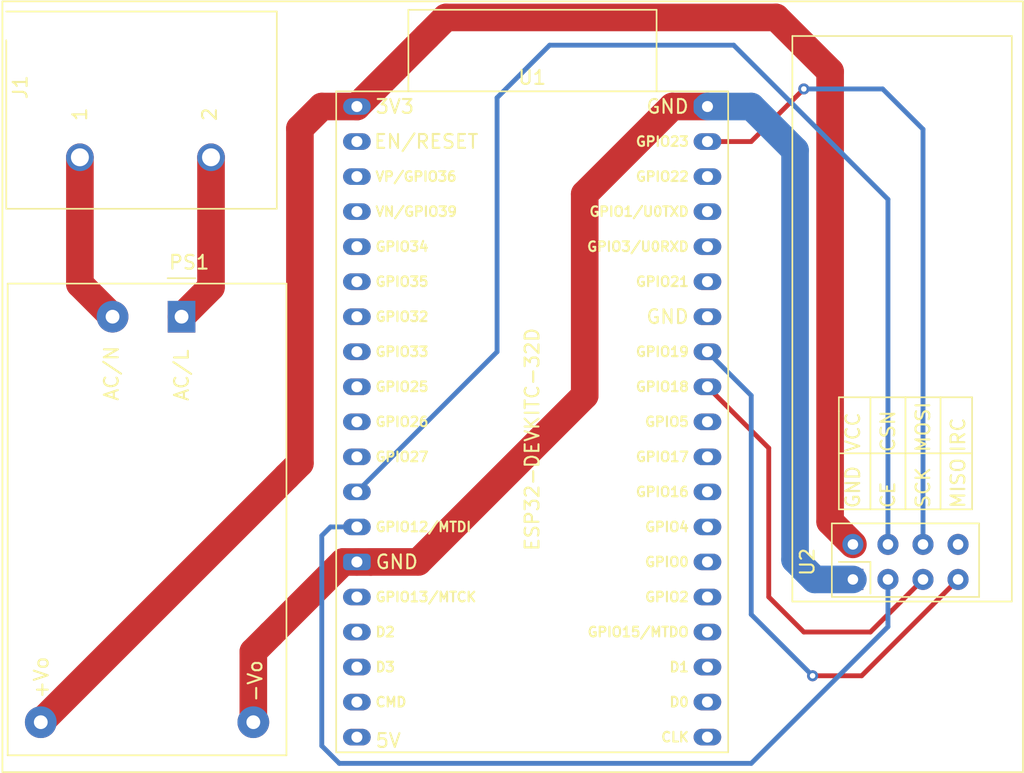
<source format=kicad_pcb>
(kicad_pcb (version 20171130) (host pcbnew "(5.1.10)-1")

  (general
    (thickness 1.6)
    (drawings 8)
    (tracks 64)
    (zones 0)
    (modules 4)
    (nets 41)
  )

  (page A4)
  (title_block
    (title "Lights Commander")
    (date 2021-09-19)
    (rev v1.0)
    (comment 1 "Repository: https://github.com/guttih/watermixer")
    (comment 2 https://creativecommons.org/licenses/by/4.0/)
    (comment 3 "Licence: CC BY 4.0")
    (comment 4 "Author:Guðjón Hólm Sigurðsson")
  )

  (layers
    (0 F.Cu signal)
    (31 B.Cu signal)
    (32 B.Adhes user)
    (33 F.Adhes user)
    (34 B.Paste user)
    (35 F.Paste user)
    (36 B.SilkS user)
    (37 F.SilkS user)
    (38 B.Mask user)
    (39 F.Mask user)
    (40 Dwgs.User user)
    (41 Cmts.User user)
    (42 Eco1.User user)
    (43 Eco2.User user)
    (44 Edge.Cuts user)
    (45 Margin user)
    (46 B.CrtYd user hide)
    (47 F.CrtYd user)
    (48 B.Fab user)
    (49 F.Fab user hide)
  )

  (setup
    (last_trace_width 2)
    (user_trace_width 0.2)
    (user_trace_width 0.25)
    (user_trace_width 0.35)
    (user_trace_width 0.4)
    (user_trace_width 0.5)
    (user_trace_width 0.6)
    (user_trace_width 1)
    (user_trace_width 1.5)
    (user_trace_width 2)
    (user_trace_width 2.5)
    (user_trace_width 3)
    (user_trace_width 3)
    (user_trace_width 4)
    (user_trace_width 5)
    (trace_clearance 0.2)
    (zone_clearance 0.508)
    (zone_45_only no)
    (trace_min 0.2)
    (via_size 0.8)
    (via_drill 0.4)
    (via_min_size 0.4)
    (via_min_drill 0.3)
    (uvia_size 0.3)
    (uvia_drill 0.1)
    (uvias_allowed no)
    (uvia_min_size 0.2)
    (uvia_min_drill 0.1)
    (edge_width 0.05)
    (segment_width 0.2)
    (pcb_text_width 0.3)
    (pcb_text_size 1.5 1.5)
    (mod_edge_width 0.12)
    (mod_text_size 1 1)
    (mod_text_width 0.15)
    (pad_size 1.524 1.524)
    (pad_drill 0.762)
    (pad_to_mask_clearance 0)
    (aux_axis_origin 0 0)
    (visible_elements 7FFFFFFF)
    (pcbplotparams
      (layerselection 0x010fc_ffffffff)
      (usegerberextensions false)
      (usegerberattributes true)
      (usegerberadvancedattributes true)
      (creategerberjobfile true)
      (excludeedgelayer true)
      (linewidth 0.100000)
      (plotframeref false)
      (viasonmask false)
      (mode 1)
      (useauxorigin false)
      (hpglpennumber 1)
      (hpglpenspeed 20)
      (hpglpendiameter 15.000000)
      (psnegative false)
      (psa4output false)
      (plotreference true)
      (plotvalue true)
      (plotinvisibletext false)
      (padsonsilk false)
      (subtractmaskfromsilk false)
      (outputformat 1)
      (mirror false)
      (drillshape 1)
      (scaleselection 1)
      (outputdirectory ""))
  )

  (net 0 "")
  (net 1 "Net-(J1-Pad1)")
  (net 2 "Net-(J1-Pad2)")
  (net 3 VCC)
  (net 4 GND)
  (net 5 "Net-(U1-Pad12)")
  (net 6 "Net-(U1-Pad13)")
  (net 7 "Net-(U1-Pad21)")
  (net 8 "Net-(U1-Pad27)")
  (net 9 "Net-(U1-Pad28)")
  (net 10 "Net-(U1-Pad22)")
  (net 11 "Net-(U1-Pad23)")
  (net 12 "Net-(U1-Pad24)")
  (net 13 "Net-(U1-Pad25)")
  (net 14 "Net-(U1-Pad26)")
  (net 15 "Net-(U1-Pad29)")
  (net 16 "Net-(U1-Pad30)")
  (net 17 "Net-(U1-Pad31)")
  (net 18 "Net-(U1-Pad32)")
  (net 19 "Net-(U1-Pad33)")
  (net 20 "Net-(U1-Pad34)")
  (net 21 "Net-(U1-Pad35)")
  (net 22 "Net-(U1-Pad36)")
  (net 23 "Net-(U1-Pad37)")
  (net 24 "Net-(U1-Pad38)")
  (net 25 "Net-(U1-Pad19)")
  (net 26 "Net-(U1-Pad18)")
  (net 27 "Net-(U1-Pad17)")
  (net 28 "Net-(U1-Pad16)")
  (net 29 "Net-(U1-Pad15)")
  (net 30 "Net-(U1-Pad11)")
  (net 31 "Net-(U1-Pad10)")
  (net 32 "Net-(U1-Pad9)")
  (net 33 "Net-(U1-Pad8)")
  (net 34 "Net-(U1-Pad7)")
  (net 35 "Net-(U1-Pad6)")
  (net 36 "Net-(U1-Pad5)")
  (net 37 "Net-(U1-Pad4)")
  (net 38 "Net-(U1-Pad3)")
  (net 39 "Net-(U1-Pad2)")
  (net 40 "Net-(U2-Pad6)")

  (net_class Default "This is the default net class."
    (clearance 0.2)
    (trace_width 0.25)
    (via_dia 0.8)
    (via_drill 0.4)
    (uvia_dia 0.3)
    (uvia_drill 0.1)
    (add_net GND)
    (add_net "Net-(J1-Pad1)")
    (add_net "Net-(J1-Pad2)")
    (add_net "Net-(U1-Pad10)")
    (add_net "Net-(U1-Pad11)")
    (add_net "Net-(U1-Pad12)")
    (add_net "Net-(U1-Pad13)")
    (add_net "Net-(U1-Pad15)")
    (add_net "Net-(U1-Pad16)")
    (add_net "Net-(U1-Pad17)")
    (add_net "Net-(U1-Pad18)")
    (add_net "Net-(U1-Pad19)")
    (add_net "Net-(U1-Pad2)")
    (add_net "Net-(U1-Pad21)")
    (add_net "Net-(U1-Pad22)")
    (add_net "Net-(U1-Pad23)")
    (add_net "Net-(U1-Pad24)")
    (add_net "Net-(U1-Pad25)")
    (add_net "Net-(U1-Pad26)")
    (add_net "Net-(U1-Pad27)")
    (add_net "Net-(U1-Pad28)")
    (add_net "Net-(U1-Pad29)")
    (add_net "Net-(U1-Pad3)")
    (add_net "Net-(U1-Pad30)")
    (add_net "Net-(U1-Pad31)")
    (add_net "Net-(U1-Pad32)")
    (add_net "Net-(U1-Pad33)")
    (add_net "Net-(U1-Pad34)")
    (add_net "Net-(U1-Pad35)")
    (add_net "Net-(U1-Pad36)")
    (add_net "Net-(U1-Pad37)")
    (add_net "Net-(U1-Pad38)")
    (add_net "Net-(U1-Pad4)")
    (add_net "Net-(U1-Pad5)")
    (add_net "Net-(U1-Pad6)")
    (add_net "Net-(U1-Pad7)")
    (add_net "Net-(U1-Pad8)")
    (add_net "Net-(U1-Pad9)")
    (add_net "Net-(U2-Pad6)")
    (add_net VCC)
  )

  (module lightsCommander:Converter_ACDC_HiLink_HLK-PMxx (layer F.Cu) (tedit 6147B5F8) (tstamp 61485F8A)
    (at 88.9 147.32 270)
    (descr "ACDC-Converter, 3W, HiLink, HLK-PMxx, THT, http://www.hlktech.net/product_detail.php?ProId=54")
    (tags "ACDC-Converter 3W THT HiLink board mount module")
    (path /6149E179)
    (fp_text reference PS1 (at -3.94 -0.55) (layer F.SilkS)
      (effects (font (size 1 1) (thickness 0.15)))
    )
    (fp_text value HLK-PM03 (at 15.79 13.85 90) (layer F.Fab)
      (effects (font (size 1 1) (thickness 0.15)))
    )
    (fp_text user -Vo (at 26.416 -5.334 90) (layer F.SilkS)
      (effects (font (size 1 1) (thickness 0.15)))
    )
    (fp_text user +Vo (at 26.162 10.16 90) (layer F.SilkS)
      (effects (font (size 1 1) (thickness 0.15)))
    )
    (fp_text user AC/N (at 2.032 5.08 90) (layer F.SilkS)
      (effects (font (size 1 1) (thickness 0.15)) (justify right))
    )
    (fp_text user AC/L (at 2.286 0 90) (layer F.SilkS)
      (effects (font (size 1 1) (thickness 0.15)) (justify right))
    )
    (fp_text user %R (at 14.68 1.17 90) (layer F.Fab)
      (effects (font (size 1 1) (thickness 0.15)))
    )
    (fp_line (start -2.3 12.5) (end 31.7 12.5) (layer F.Fab) (width 0.1))
    (fp_line (start 31.7 12.5) (end 31.7 -7.5) (layer F.Fab) (width 0.1))
    (fp_line (start -2.3 12.5) (end -2.3 0.99) (layer F.Fab) (width 0.1))
    (fp_line (start -2.3 -7.5) (end 31.7 -7.5) (layer F.Fab) (width 0.1))
    (fp_line (start -1.29 0) (end -2.29 1) (layer F.Fab) (width 0.1))
    (fp_line (start -2.29 -1) (end -1.29 0) (layer F.Fab) (width 0.1))
    (fp_line (start -2.3 -1) (end -2.3 -7.5) (layer F.Fab) (width 0.1))
    (fp_line (start -2.55 12.75) (end 31.95 12.75) (layer F.CrtYd) (width 0.05))
    (fp_line (start 31.95 12.75) (end 31.95 -7.75) (layer F.CrtYd) (width 0.05))
    (fp_line (start 31.95 -7.75) (end -2.55 -7.75) (layer F.CrtYd) (width 0.05))
    (fp_line (start -2.55 -7.75) (end -2.55 12.75) (layer F.CrtYd) (width 0.05))
    (fp_line (start -2.4 -7.6) (end -2.4 12.6) (layer F.SilkS) (width 0.12))
    (fp_line (start -2.4 12.6) (end 31.8 12.6) (layer F.SilkS) (width 0.12))
    (fp_line (start 31.8 12.6) (end 31.8 -7.6) (layer F.SilkS) (width 0.12))
    (fp_line (start 31.8 -7.6) (end -2.4 -7.6) (layer F.SilkS) (width 0.12))
    (fp_line (start -2.79 -1) (end -2.79 1.01) (layer F.SilkS) (width 0.12))
    (pad 4 thru_hole circle (at 29.4 10.2 270) (size 2.3 2.3) (drill 1) (layers *.Cu *.Mask)
      (net 3 VCC))
    (pad 2 thru_hole circle (at 0 5 270) (size 2.3 2.3) (drill 1) (layers *.Cu *.Mask)
      (net 1 "Net-(J1-Pad1)"))
    (pad 1 thru_hole rect (at 0 0 270) (size 2.3 2) (drill 1) (layers *.Cu *.Mask)
      (net 2 "Net-(J1-Pad2)"))
    (pad 3 thru_hole circle (at 29.4 -5.2 270) (size 2.3 2.3) (drill 1) (layers *.Cu *.Mask)
      (net 4 GND))
    (model ${KISYS3DMOD}/Converter_ACDC.3dshapes/Converter_ACDC_HiLink_HLK-PMxx.wrl
      (at (xyz 0 0 0))
      (scale (xyz 1 1 1))
      (rotate (xyz 0 0 0))
    )
  )

  (module lightsCommander:ESP32-DevKitC (layer F.Cu) (tedit 61479EDE) (tstamp 61485DA9)
    (at 101.6 132.08)
    (descr "ESP32-DevKitC: https://docs.espressif.com/projects/esp-idf/en/latest/esp32/hw-reference/esp32/get-started-devkitc.html")
    (tags ESP32)
    (path /6148D9F1)
    (fp_text reference U1 (at 12.70368 -2.09728) (layer F.SilkS)
      (effects (font (size 1 1) (thickness 0.15)))
    )
    (fp_text value ESP32-DEVKITC-32D (at 12.70368 24.13272 90) (layer F.SilkS)
      (effects (font (size 1 1) (thickness 0.15)))
    )
    (fp_line (start 21.717 -7.0104) (end 21.717 -1.1176) (layer F.SilkS) (width 0.12))
    (fp_line (start 3.7338 -7.0104) (end 21.717 -7.0104) (layer F.SilkS) (width 0.12))
    (fp_line (start 3.7338 -1.1176) (end 3.7338 -7.0104) (layer F.SilkS) (width 0.12))
    (fp_line (start -1.24632 46.57272) (end -1.24632 -0.84728) (layer F.CrtYd) (width 0.05))
    (fp_line (start 26.65368 -0.84728) (end 26.65368 46.57272) (layer F.CrtYd) (width 0.05))
    (fp_line (start -1.24632 -0.84728) (end 26.65368 -0.84728) (layer F.CrtYd) (width 0.05))
    (fp_line (start 26.65368 46.57272) (end -1.24632 46.57272) (layer F.CrtYd) (width 0.05))
    (fp_line (start -1.496319 -1.09728) (end -1.49632 46.82272) (layer F.SilkS) (width 0.12))
    (fp_line (start 26.90368 -1.09728) (end -1.496319 -1.09728) (layer F.SilkS) (width 0.12))
    (fp_line (start 26.903679 46.82272) (end 26.90368 -1.09728) (layer F.SilkS) (width 0.12))
    (fp_line (start -1.49632 46.82272) (end 26.903679 46.82272) (layer F.SilkS) (width 0.12))
    (fp_text user GND (at 24.13368 0.00272 unlocked) (layer F.SilkS)
      (effects (font (size 1 1) (thickness 0.15)) (justify right))
    )
    (fp_text user GPIO23 (at 24.13368 2.54272 unlocked) (layer F.SilkS)
      (effects (font (size 0.7 0.7) (thickness 0.15)) (justify right))
    )
    (fp_text user GPIO5 (at 24.13368 22.86272 unlocked) (layer F.SilkS)
      (effects (font (size 0.7 0.7) (thickness 0.15)) (justify right))
    )
    (fp_text user D0 (at 24.13368 43.18272 unlocked) (layer F.SilkS)
      (effects (font (size 0.7 0.7) (thickness 0.15)) (justify right))
    )
    (fp_text user 5V (at 1.27 45.974 unlocked) (layer F.SilkS)
      (effects (font (size 1 1) (thickness 0.15)) (justify left))
    )
    (fp_text user GPIO21 (at 24.13368 12.70272 unlocked) (layer F.SilkS)
      (effects (font (size 0.7 0.7) (thickness 0.15)) (justify right))
    )
    (fp_text user D1 (at 24.13368 40.64272 unlocked) (layer F.SilkS)
      (effects (font (size 0.7 0.7) (thickness 0.15)) (justify right))
    )
    (fp_text user GPIO12/MTDI (at 1.27368 30.48272 unlocked) (layer F.SilkS)
      (effects (font (size 0.7 0.7) (thickness 0.15)) (justify left))
    )
    (fp_text user VP/GPIO36 (at 1.27368 5.08272 unlocked) (layer F.SilkS)
      (effects (font (size 0.7 0.7) (thickness 0.15)) (justify left))
    )
    (fp_text user D2 (at 1.27368 38.10272 unlocked) (layer F.SilkS)
      (effects (font (size 0.7 0.7) (thickness 0.15)) (justify left))
    )
    (fp_text user GPIO27 (at 1.27368 25.40272 unlocked) (layer F.SilkS)
      (effects (font (size 0.7 0.7) (thickness 0.15)) (justify left))
    )
    (fp_text user GPIO33 (at 1.27368 17.78272 unlocked) (layer F.SilkS)
      (effects (font (size 0.7 0.7) (thickness 0.15)) (justify left))
    )
    (fp_text user GPIO19 (at 24.13368 17.78272 unlocked) (layer F.SilkS)
      (effects (font (size 0.7 0.7) (thickness 0.15)) (justify right))
    )
    (fp_text user VN/GPIO39 (at 1.27368 7.62272 unlocked) (layer F.SilkS)
      (effects (font (size 0.7 0.7) (thickness 0.15)) (justify left))
    )
    (fp_text user GPIO13/MTCK (at 1.27368 35.56272 unlocked) (layer F.SilkS)
      (effects (font (size 0.7 0.7) (thickness 0.15)) (justify left))
    )
    (fp_text user GPIO2 (at 24.13368 35.56272 unlocked) (layer F.SilkS)
      (effects (font (size 0.7 0.7) (thickness 0.15)) (justify right))
    )
    (fp_text user GPIO26 (at 1.27368 22.86272 unlocked) (layer F.SilkS)
      (effects (font (size 0.7 0.7) (thickness 0.15)) (justify left))
    )
    (fp_text user GPIO3/U0RXD (at 24.13368 10.16272 unlocked) (layer F.SilkS)
      (effects (font (size 0.7 0.7) (thickness 0.15)) (justify right))
    )
    (fp_text user 3V3 (at 1.27368 0.00272 unlocked) (layer F.SilkS)
      (effects (font (size 1 1) (thickness 0.15)) (justify left))
    )
    (fp_text user GPIO16 (at 24.13368 27.94272 unlocked) (layer F.SilkS)
      (effects (font (size 0.7 0.7) (thickness 0.15)) (justify right))
    )
    (fp_text user GPIO32 (at 1.27368 15.24272 unlocked) (layer F.SilkS)
      (effects (font (size 0.7 0.7) (thickness 0.15)) (justify left))
    )
    (fp_text user GPIO0 (at 24.13368 33.02272 unlocked) (layer F.SilkS)
      (effects (font (size 0.7 0.7) (thickness 0.15)) (justify right))
    )
    (fp_text user GND (at 1.27368 33.02272 unlocked) (layer F.SilkS)
      (effects (font (size 1 1) (thickness 0.15)) (justify left))
    )
    (fp_text user CLK (at 24.13368 45.72272 unlocked) (layer F.SilkS)
      (effects (font (size 0.7 0.7) (thickness 0.15)) (justify right))
    )
    (fp_text user EN/RESET (at 8.89 2.54 unlocked) (layer F.SilkS)
      (effects (font (size 1 1) (thickness 0.15)) (justify right))
    )
    (fp_text user GPIO4 (at 24.13368 30.48272 unlocked) (layer F.SilkS)
      (effects (font (size 0.7 0.7) (thickness 0.15)) (justify right))
    )
    (fp_text user GPIO35 (at 1.27368 12.70272 unlocked) (layer F.SilkS)
      (effects (font (size 0.7 0.7) (thickness 0.15)) (justify left))
    )
    (fp_text user GPIO34 (at 1.27368 10.16272 unlocked) (layer F.SilkS)
      (effects (font (size 0.7 0.7) (thickness 0.15)) (justify left))
    )
    (fp_text user D3 (at 1.27368 40.64272 unlocked) (layer F.SilkS)
      (effects (font (size 0.7 0.7) (thickness 0.15)) (justify left))
    )
    (fp_text user GPIO18 (at 24.13368 20.32272 unlocked) (layer F.SilkS)
      (effects (font (size 0.7 0.7) (thickness 0.15)) (justify right))
    )
    (fp_text user CMD (at 1.27368 43.18272 unlocked) (layer F.SilkS)
      (effects (font (size 0.7 0.7) (thickness 0.15)) (justify left))
    )
    (fp_text user GPIO22 (at 24.13368 5.08272 unlocked) (layer F.SilkS)
      (effects (font (size 0.7 0.7) (thickness 0.15)) (justify right))
    )
    (fp_text user GND (at 24.13368 15.24272 unlocked) (layer F.SilkS)
      (effects (font (size 1 1) (thickness 0.15)) (justify right))
    )
    (fp_text user GPIO17 (at 24.13368 25.40272 unlocked) (layer F.SilkS)
      (effects (font (size 0.7 0.7) (thickness 0.15)) (justify right))
    )
    (fp_text user GPIO1/U0TXD (at 24.13368 7.62272 unlocked) (layer F.SilkS)
      (effects (font (size 0.7 0.7) (thickness 0.15)) (justify right))
    )
    (fp_text user GPIO15/MTDO (at 24.13368 38.10272 unlocked) (layer F.SilkS)
      (effects (font (size 0.7 0.7) (thickness 0.15)) (justify right))
    )
    (fp_text user GPIO25 (at 1.27368 20.32272 unlocked) (layer F.SilkS)
      (effects (font (size 0.7 0.7) (thickness 0.15)) (justify left))
    )
    (fp_text user REF** (at 0 0) (layer F.Fab)
      (effects (font (size 1 1) (thickness 0.15)))
    )
    (pad 20 thru_hole roundrect (at 25.40368 0.00272 270) (size 1.2 2) (drill 0.8) (layers *.Cu *.Mask) (roundrect_rratio 0.25)
      (net 4 GND))
    (pad 21 thru_hole oval (at 25.40368 2.54272 270) (size 1.2 2) (drill 0.8) (layers *.Cu *.Mask)
      (net 7 "Net-(U1-Pad21)"))
    (pad 22 thru_hole oval (at 25.40368 5.08272 270) (size 1.2 2) (drill 0.8) (layers *.Cu *.Mask)
      (net 10 "Net-(U1-Pad22)"))
    (pad 23 thru_hole oval (at 25.40368 7.62272 270) (size 1.2 2) (drill 0.8) (layers *.Cu *.Mask)
      (net 11 "Net-(U1-Pad23)"))
    (pad 24 thru_hole oval (at 25.40368 10.16272 270) (size 1.2 2) (drill 0.8) (layers *.Cu *.Mask)
      (net 12 "Net-(U1-Pad24)"))
    (pad 25 thru_hole oval (at 25.40368 12.70272 270) (size 1.2 2) (drill 0.8) (layers *.Cu *.Mask)
      (net 13 "Net-(U1-Pad25)"))
    (pad 26 thru_hole oval (at 25.40368 15.24272 270) (size 1.2 2) (drill 0.8) (layers *.Cu *.Mask)
      (net 14 "Net-(U1-Pad26)"))
    (pad 27 thru_hole oval (at 25.40368 17.78272 270) (size 1.2 2) (drill 0.8) (layers *.Cu *.Mask)
      (net 8 "Net-(U1-Pad27)"))
    (pad 28 thru_hole oval (at 25.40368 20.32272 270) (size 1.2 2) (drill 0.8) (layers *.Cu *.Mask)
      (net 9 "Net-(U1-Pad28)"))
    (pad 29 thru_hole oval (at 25.40368 22.86272 270) (size 1.2 2) (drill 0.8) (layers *.Cu *.Mask)
      (net 15 "Net-(U1-Pad29)"))
    (pad 30 thru_hole oval (at 25.40368 25.40272 270) (size 1.2 2) (drill 0.8) (layers *.Cu *.Mask)
      (net 16 "Net-(U1-Pad30)"))
    (pad 31 thru_hole oval (at 25.40368 27.94272 270) (size 1.2 2) (drill 0.8) (layers *.Cu *.Mask)
      (net 17 "Net-(U1-Pad31)"))
    (pad 32 thru_hole oval (at 25.40368 30.48272 270) (size 1.2 2) (drill 0.8) (layers *.Cu *.Mask)
      (net 18 "Net-(U1-Pad32)"))
    (pad 33 thru_hole oval (at 25.40368 33.02272 270) (size 1.2 2) (drill 0.8) (layers *.Cu *.Mask)
      (net 19 "Net-(U1-Pad33)"))
    (pad 34 thru_hole oval (at 25.40368 35.56272 270) (size 1.2 2) (drill 0.8) (layers *.Cu *.Mask)
      (net 20 "Net-(U1-Pad34)"))
    (pad 35 thru_hole oval (at 25.40368 38.10272 270) (size 1.2 2) (drill 0.8) (layers *.Cu *.Mask)
      (net 21 "Net-(U1-Pad35)"))
    (pad 36 thru_hole oval (at 25.40368 40.64272 270) (size 1.2 2) (drill 0.8) (layers *.Cu *.Mask)
      (net 22 "Net-(U1-Pad36)"))
    (pad 37 thru_hole oval (at 25.4 43.18 270) (size 1.2 2) (drill 0.8) (layers *.Cu *.Mask)
      (net 23 "Net-(U1-Pad37)"))
    (pad 38 thru_hole oval (at 25.4 45.72 270) (size 1.2 2) (drill 0.8) (layers *.Cu *.Mask)
      (net 24 "Net-(U1-Pad38)"))
    (pad 19 thru_hole oval (at 0.00368 45.72272 270) (size 1.2 2) (drill 0.8) (layers *.Cu *.Mask)
      (net 25 "Net-(U1-Pad19)"))
    (pad 18 thru_hole oval (at 0.00368 43.18272 270) (size 1.2 2) (drill 0.8) (layers *.Cu *.Mask)
      (net 26 "Net-(U1-Pad18)"))
    (pad 17 thru_hole oval (at 0.00368 40.64272 270) (size 1.2 2) (drill 0.8) (layers *.Cu *.Mask)
      (net 27 "Net-(U1-Pad17)"))
    (pad 16 thru_hole oval (at 0.00368 38.10272 270) (size 1.2 2) (drill 0.8) (layers *.Cu *.Mask)
      (net 28 "Net-(U1-Pad16)"))
    (pad 15 thru_hole oval (at 0.00368 35.56272 270) (size 1.2 2) (drill 0.8) (layers *.Cu *.Mask)
      (net 29 "Net-(U1-Pad15)"))
    (pad 14 thru_hole roundrect (at 0.00368 33.02272 270) (size 1.2 2) (drill 0.8) (layers *.Cu *.Mask) (roundrect_rratio 0.25)
      (net 4 GND))
    (pad 13 thru_hole oval (at 0.00368 30.48272 270) (size 1.2 2) (drill 0.8) (layers *.Cu *.Mask)
      (net 6 "Net-(U1-Pad13)"))
    (pad 12 thru_hole oval (at 0.00368 27.94272 270) (size 1.2 2) (drill 0.8) (layers *.Cu *.Mask)
      (net 5 "Net-(U1-Pad12)"))
    (pad 11 thru_hole oval (at 0.00368 25.40272 270) (size 1.2 2) (drill 0.8) (layers *.Cu *.Mask)
      (net 30 "Net-(U1-Pad11)"))
    (pad 10 thru_hole oval (at 0.00368 22.86272 270) (size 1.2 2) (drill 0.8) (layers *.Cu *.Mask)
      (net 31 "Net-(U1-Pad10)"))
    (pad 9 thru_hole oval (at 0.00368 20.32272 270) (size 1.2 2) (drill 0.8) (layers *.Cu *.Mask)
      (net 32 "Net-(U1-Pad9)"))
    (pad 8 thru_hole oval (at 0.00368 17.78272 270) (size 1.2 2) (drill 0.8) (layers *.Cu *.Mask)
      (net 33 "Net-(U1-Pad8)"))
    (pad 7 thru_hole oval (at 0.00368 15.24272 270) (size 1.2 2) (drill 0.8) (layers *.Cu *.Mask)
      (net 34 "Net-(U1-Pad7)"))
    (pad 6 thru_hole oval (at 0.00368 12.70272 270) (size 1.2 2) (drill 0.8) (layers *.Cu *.Mask)
      (net 35 "Net-(U1-Pad6)"))
    (pad 5 thru_hole oval (at 0.00368 10.16272 270) (size 1.2 2) (drill 0.8) (layers *.Cu *.Mask)
      (net 36 "Net-(U1-Pad5)"))
    (pad 4 thru_hole oval (at 0.00368 7.62272 270) (size 1.2 2) (drill 0.8) (layers *.Cu *.Mask)
      (net 37 "Net-(U1-Pad4)"))
    (pad 3 thru_hole oval (at 0.00368 5.08272 270) (size 1.2 2) (drill 0.8) (layers *.Cu *.Mask)
      (net 38 "Net-(U1-Pad3)"))
    (pad 2 thru_hole oval (at 0.00368 2.54272 270) (size 1.2 2) (drill 0.8) (layers *.Cu *.Mask)
      (net 39 "Net-(U1-Pad2)"))
    (pad 1 thru_hole oval (at 0.00368 0.00272 270) (size 1.2 2) (drill 0.8) (layers *.Cu *.Mask)
      (net 3 VCC))
  )

  (module lightsCommander:nRF24L01_Breakout_longRange (layer F.Cu) (tedit 6147AD39) (tstamp 61485EC9)
    (at 135.255 166.37 90)
    (descr "nRF24L01 breakout board long range with antenna")
    (tags "nRF24L01 adapter breakout")
    (path /61494EF9)
    (fp_text reference U2 (at 1.27 -1.016 90) (layer F.SilkS)
      (effects (font (size 1 1) (thickness 0.15)))
    )
    (fp_text value NRF24L01 (at 26.67 11.938 90) (layer F.Fab)
      (effects (font (size 1 1) (thickness 0.15)))
    )
    (fp_line (start 13.208 1.27) (end 12.192 1.27) (layer F.SilkS) (width 0.12))
    (fp_line (start 13.208 3.556) (end 13.208 1.27) (layer F.SilkS) (width 0.12))
    (fp_line (start 13.208 3.556) (end 5.08 3.556) (layer F.SilkS) (width 0.12))
    (fp_line (start 13.208 6.096) (end 13.208 3.556) (layer F.SilkS) (width 0.12))
    (fp_line (start 13.208 6.096) (end 5.08 6.096) (layer F.SilkS) (width 0.12))
    (fp_line (start 13.208 8.636) (end 13.208 6.096) (layer F.SilkS) (width 0.12))
    (fp_line (start 13.208 10.922) (end 9.144 10.922) (layer F.SilkS) (width 0.12))
    (fp_line (start 13.208 8.636) (end 13.208 10.922) (layer F.SilkS) (width 0.12))
    (fp_line (start 5.08 8.636) (end 13.208 8.636) (layer F.SilkS) (width 0.12))
    (fp_line (start 9.144 1.27) (end 12.192 1.27) (layer F.SilkS) (width 0.12))
    (fp_line (start 5.08 10.922) (end 9.144 10.922) (layer F.SilkS) (width 0.12))
    (fp_line (start 5.08 1.27) (end 5.08 10.922) (layer F.SilkS) (width 0.12))
    (fp_line (start 9.144 1.27) (end 5.08 1.27) (layer F.SilkS) (width 0.12))
    (fp_line (start 9.144 10.922) (end 9.144 1.27) (layer F.SilkS) (width 0.12))
    (fp_line (start 27.75 -2.25) (end 27.75 -2.25) (layer F.CrtYd) (width 0.05))
    (fp_line (start 39.55 13.95) (end 39.55 -2.25) (layer F.CrtYd) (width 0.05))
    (fp_line (start -1.75 13.95) (end 39.55 13.95) (layer F.CrtYd) (width 0.05))
    (fp_line (start -1.75 -2.25) (end -1.75 13.95) (layer F.CrtYd) (width 0.05))
    (fp_line (start 39.55 -2.25) (end -1.75 -2.25) (layer F.CrtYd) (width 0.05))
    (fp_line (start -1.27 0.762) (end -1.27 0.762) (layer F.SilkS) (width 0.12))
    (fp_line (start -1.27 11.43) (end -1.27 0.762) (layer F.SilkS) (width 0.12))
    (fp_line (start -1.6 -2.1) (end -1.6 -2.1) (layer F.SilkS) (width 0.12))
    (fp_line (start -1.6 13.8) (end -1.6 -2.1) (layer F.SilkS) (width 0.12))
    (fp_line (start 39.4 13.8) (end -1.6 13.8) (layer F.SilkS) (width 0.12))
    (fp_line (start 39.4 -2.1) (end 39.4 13.8) (layer F.SilkS) (width 0.12))
    (fp_line (start -1.6 -2.1) (end 39.4 -2.1) (layer F.SilkS) (width 0.12))
    (fp_line (start -1.016 3.556) (end -1.016 3.556) (layer F.SilkS) (width 0.12))
    (fp_line (start 1.27 3.556) (end -1.016 3.556) (layer F.SilkS) (width 0.12))
    (fp_line (start 1.27 1.27) (end 1.27 3.556) (layer F.SilkS) (width 0.12))
    (fp_line (start -1.27 11.43) (end -1.27 11.43) (layer F.SilkS) (width 0.12))
    (fp_line (start 4.064 11.43) (end -1.27 11.43) (layer F.SilkS) (width 0.12))
    (fp_line (start 4.064 0.762) (end 4.064 11.43) (layer F.SilkS) (width 0.12))
    (fp_line (start -1.27 0.762) (end 4.064 0.762) (layer F.SilkS) (width 0.12))
    (fp_line (start -1.27 1.016) (end -1.27 1.016) (layer F.Fab) (width 0.1))
    (fp_line (start -1.27 11.176) (end -1.27 1.016) (layer F.Fab) (width 0.1))
    (fp_line (start 3.81 11.176) (end -1.27 11.176) (layer F.Fab) (width 0.1))
    (fp_line (start 3.81 1.016) (end 3.81 11.176) (layer F.Fab) (width 0.1))
    (fp_line (start -1.27 1.016) (end 3.81 1.016) (layer F.Fab) (width 0.1))
    (fp_line (start -1.5 -2) (end -1.5 -2) (layer F.Fab) (width 0.1))
    (fp_line (start -1.5 13.7) (end -1.5 -2) (layer F.Fab) (width 0.1))
    (fp_line (start 39.3 13.7) (end -1.5 13.7) (layer F.Fab) (width 0.1))
    (fp_line (start 39.3 -2) (end 39.3 13.7) (layer F.Fab) (width 0.1))
    (fp_line (start -1.5 -2) (end 39.3 -2) (layer F.Fab) (width 0.1))
    (fp_text user IRC (at 9.144 9.906 90) (layer F.SilkS)
      (effects (font (size 1 1) (thickness 0.15)) (justify left))
    )
    (fp_text user MISO (at 5.08 9.906 90) (layer F.SilkS)
      (effects (font (size 1 1) (thickness 0.15)) (justify left))
    )
    (fp_text user SCK (at 5.08 7.366 90) (layer F.SilkS)
      (effects (font (size 1 1) (thickness 0.15)) (justify left))
    )
    (fp_text user MOSI (at 9.144 7.366 90) (layer F.SilkS)
      (effects (font (size 1 1) (thickness 0.15)) (justify left))
    )
    (fp_text user CE (at 5.08 4.826 90) (layer F.SilkS)
      (effects (font (size 1 1) (thickness 0.15)) (justify left))
    )
    (fp_text user CSN (at 9.144 4.826 90) (layer F.SilkS)
      (effects (font (size 1 1) (thickness 0.15)) (justify left))
    )
    (fp_text user VCC (at 9.144 2.286 90) (layer F.SilkS)
      (effects (font (size 1 1) (thickness 0.15)) (justify left))
    )
    (fp_text user GND (at 5.08 2.286 90) (layer F.SilkS)
      (effects (font (size 1 1) (thickness 0.15)) (justify left))
    )
    (fp_text user %R (at 19.812 1.27 90) (layer F.Fab)
      (effects (font (size 1 1) (thickness 0.15)))
    )
    (pad 8 thru_hole rect (at 0 2.286 90) (size 1.524 1.524) (drill 0.762) (layers *.Cu *.Mask)
      (net 4 GND))
    (pad 7 thru_hole circle (at 2.54 2.286 90) (size 1.524 1.524) (drill 0.762) (layers *.Cu *.Mask)
      (net 3 VCC))
    (pad 1 thru_hole circle (at 0 4.826 90) (size 1.524 1.524) (drill 0.762) (layers *.Cu *.Mask)
      (net 6 "Net-(U1-Pad13)"))
    (pad 2 thru_hole circle (at 2.54 4.826 90) (size 1.524 1.524) (drill 0.762) (layers *.Cu *.Mask)
      (net 5 "Net-(U1-Pad12)"))
    (pad 3 thru_hole circle (at 0 7.366 90) (size 1.524 1.524) (drill 0.762) (layers *.Cu *.Mask)
      (net 9 "Net-(U1-Pad28)"))
    (pad 4 thru_hole circle (at 2.54 7.366 90) (size 1.524 1.524) (drill 0.762) (layers *.Cu *.Mask)
      (net 7 "Net-(U1-Pad21)"))
    (pad 5 thru_hole circle (at 0 9.906 90) (size 1.524 1.524) (drill 0.762) (layers *.Cu *.Mask)
      (net 8 "Net-(U1-Pad27)"))
    (pad 6 thru_hole circle (at 2.54 9.906 90) (size 1.524 1.524) (drill 0.762) (layers *.Cu *.Mask)
      (net 40 "Net-(U2-Pad6)"))
    (model ${KISYS3DMOD}/RF_Module.3dshapes/nRF24L01_Breakout.wrl
      (at (xyz 0 0 0))
      (scale (xyz 1 1 1))
      (rotate (xyz 0 0 0))
    )
  )

  (module lightsCommander:Screw_Termianl_01x02 (layer F.Cu) (tedit 61478AC8) (tstamp 61485E6C)
    (at 76.2 137.795 90)
    (path /614D2F0F)
    (fp_text reference J1 (at 7.112 1.016 270) (layer F.SilkS)
      (effects (font (size 1 1) (thickness 0.15)))
    )
    (fp_text value Screw_Terminal_01x02 (at 11.43 10.16) (layer F.Fab)
      (effects (font (size 1 1) (thickness 0.15)))
    )
    (fp_line (start 10.5156 0) (end -1.7018 0) (layer F.SilkS) (width 0.12))
    (fp_line (start 12.6 19.6) (end 12.6 0) (layer F.SilkS) (width 0.12))
    (fp_line (start -1.7018 19.6) (end 12.6 19.6) (layer F.SilkS) (width 0.12))
    (fp_line (start -1.7018 0) (end -1.7018 19.6) (layer F.SilkS) (width 0.12))
    (fp_line (start 12.7 19.7) (end -1.8 19.7) (layer F.CrtYd) (width 0.12))
    (fp_line (start -1.8 -0.1) (end 12.7 -0.1) (layer F.CrtYd) (width 0.12))
    (fp_line (start 12.7 -0.1) (end 12.7 19.7) (layer F.CrtYd) (width 0.12))
    (fp_line (start -1.8 -0.1) (end -1.8 19.7) (layer F.CrtYd) (width 0.12))
    (fp_text user 1 (at 4.572 5.334 90) (layer F.SilkS)
      (effects (font (size 1 1) (thickness 0.15)) (justify left))
    )
    (fp_text user 2 (at 4.572 14.732 90) (layer F.SilkS)
      (effects (font (size 1 1) (thickness 0.15)) (justify left))
    )
    (pad 1 thru_hole circle (at 2.032 5.334 90) (size 2 2) (drill 1.3) (layers *.Cu *.Mask)
      (net 1 "Net-(J1-Pad1)"))
    (pad 2 thru_hole circle (at 2.032 14.834 90) (size 2 2) (drill 1.3) (layers *.Cu *.Mask)
      (net 2 "Net-(J1-Pad2)"))
  )

  (gr_line (start 75.82 180.3654) (end 75.82 124.46) (layer F.CrtYd) (width 0.15) (tstamp 61485D47))
  (gr_line (start 149.8854 180.3654) (end 75.82 180.3654) (layer F.CrtYd) (width 0.15) (tstamp 61485D4A))
  (gr_line (start 149.8854 124.4346) (end 149.8854 180.3654) (layer F.CrtYd) (width 0.15) (tstamp 61485D4D))
  (gr_line (start 75.82 124.4346) (end 149.8854 124.4346) (layer F.CrtYd) (width 0.15) (tstamp 61485D44))
  (gr_line (start 75.92 180.34) (end 75.92 124.46) (layer F.SilkS) (width 0.12) (tstamp 61485F57))
  (gr_line (start 149.86 180.34) (end 75.92 180.34) (layer F.SilkS) (width 0.12) (tstamp 61485F48))
  (gr_line (start 149.86 124.46) (end 149.86 180.34) (layer F.SilkS) (width 0.12) (tstamp 61485F4E))
  (gr_line (start 75.92 124.46) (end 149.86 124.46) (layer F.SilkS) (width 0.12) (tstamp 61485F4B))

  (segment (start 81.534 144.954) (end 83.9 147.32) (width 2) (layer F.Cu) (net 1) (tstamp 61485F69))
  (segment (start 81.534 135.763) (end 81.534 144.954) (width 2) (layer F.Cu) (net 1) (tstamp 61485F66))
  (segment (start 91.034 145.186) (end 88.9 147.32) (width 2) (layer F.Cu) (net 2) (tstamp 61485F60))
  (segment (start 91.034 135.763) (end 91.034 145.186) (width 2) (layer F.Cu) (net 2) (tstamp 61485F63))
  (segment (start 101.60368 132.07632) (end 101.60368 132.08272) (width 2) (layer F.Cu) (net 3) (tstamp 61485FF3))
  (segment (start 131.974992 125.624992) (end 108.055008 125.624992) (width 2) (layer F.Cu) (net 3) (tstamp 61485FC6))
  (segment (start 135.89 129.54) (end 131.974992 125.624992) (width 2) (layer F.Cu) (net 3) (tstamp 61486011))
  (segment (start 135.89 162.179) (end 135.89 129.54) (width 2) (layer F.Cu) (net 3) (tstamp 61486023))
  (segment (start 137.541 163.83) (end 135.89 162.179) (width 2) (layer F.Cu) (net 3) (tstamp 61485FDB))
  (segment (start 108.055008 125.624992) (end 106.68 127) (width 2) (layer F.Cu) (net 3) (tstamp 61485FD2))
  (segment (start 106.68 127) (end 101.60368 132.07632) (width 2) (layer F.Cu) (net 3) (tstamp 6148604D))
  (segment (start 99.06272 132.08272) (end 101.60368 132.08272) (width 2) (layer F.Cu) (net 3) (tstamp 61486020))
  (segment (start 78.7 176.72) (end 96.52 158.9) (width 2) (layer F.Cu) (net 3) (tstamp 6148601A))
  (segment (start 97.47522 157.94478) (end 96.52 158.9) (width 2) (layer F.Cu) (net 3) (tstamp 61485F5D))
  (segment (start 97.47522 133.67022) (end 97.47522 157.94478) (width 2) (layer F.Cu) (net 3) (tstamp 61485F6C))
  (segment (start 97.47522 133.67022) (end 99.06272 132.08272) (width 2) (layer F.Cu) (net 3) (tstamp 61485F5A))
  (segment (start 101.60368 165.10272) (end 100.60368 165.10272) (width 2) (layer F.Cu) (net 4) (tstamp 6148603E))
  (segment (start 102.60368 165.10272) (end 102.6064 165.1) (width 2) (layer F.Cu) (net 4) (tstamp 61485FCC))
  (segment (start 101.60368 165.10272) (end 102.60368 165.10272) (width 2) (layer F.Cu) (net 4) (tstamp 6148601D))
  (segment (start 94.1 171.6064) (end 95.3882 170.3182) (width 2) (layer F.Cu) (net 4) (tstamp 61486065))
  (segment (start 94.1 176.72) (end 94.1 171.6064) (width 2) (layer F.Cu) (net 4) (tstamp 61485FE1))
  (segment (start 100.60368 165.10272) (end 95.3882 170.3182) (width 2) (layer F.Cu) (net 4) (tstamp 61486035))
  (segment (start 134.779 166.37) (end 137.541 166.37) (width 2) (layer B.Cu) (net 4) (tstamp 61486017))
  (segment (start 133.35 164.941) (end 134.779 166.37) (width 2) (layer B.Cu) (net 4) (tstamp 61486044))
  (segment (start 133.35 135.255) (end 133.35 164.941) (width 2) (layer B.Cu) (net 4) (tstamp 61485FF0))
  (segment (start 130.17772 132.08272) (end 133.35 135.255) (width 2) (layer B.Cu) (net 4) (tstamp 61486029))
  (segment (start 127.00368 132.08272) (end 130.17772 132.08272) (width 2) (layer B.Cu) (net 4) (tstamp 6148602F))
  (segment (start 102.6064 165.1) (end 106.045 165.1) (width 2) (layer F.Cu) (net 4) (tstamp 61486014))
  (segment (start 106.045 165.1) (end 118.11 153.035) (width 2) (layer F.Cu) (net 4) (tstamp 61486005))
  (segment (start 118.11 153.035) (end 118.11 138.43) (width 2) (layer F.Cu) (net 4) (tstamp 61485FC3))
  (segment (start 124.45728 132.08272) (end 127.00368 132.08272) (width 2) (layer F.Cu) (net 4) (tstamp 61485FF6))
  (segment (start 118.11 138.43) (end 124.45728 132.08272) (width 2) (layer F.Cu) (net 4) (tstamp 6148600E))
  (segment (start 111.76 149.8664) (end 101.60368 160.02272) (width 0.35) (layer B.Cu) (net 5) (tstamp 61486059))
  (segment (start 111.76 131.445) (end 111.76 149.8664) (width 0.35) (layer B.Cu) (net 5) (tstamp 6148600B))
  (segment (start 115.57 127.635) (end 111.76 131.445) (width 0.35) (layer B.Cu) (net 5) (tstamp 6148602C))
  (segment (start 128.905 127.635) (end 115.57 127.635) (width 0.35) (layer B.Cu) (net 5) (tstamp 61485FD5))
  (segment (start 140.081 138.811) (end 128.905 127.635) (width 0.35) (layer B.Cu) (net 5) (tstamp 61485FD8))
  (segment (start 140.081 163.83) (end 140.081 138.811) (width 0.35) (layer B.Cu) (net 5) (tstamp 61485FE4))
  (segment (start 99.69228 162.56272) (end 101.60368 162.56272) (width 0.35) (layer B.Cu) (net 6) (tstamp 61486008))
  (segment (start 99.06 178.435) (end 99.06 163.195) (width 0.35) (layer B.Cu) (net 6) (tstamp 61486041))
  (segment (start 100.33 179.705) (end 99.06 178.435) (width 0.35) (layer B.Cu) (net 6) (tstamp 6148603B))
  (segment (start 130.175 179.705) (end 100.33 179.705) (width 0.35) (layer B.Cu) (net 6) (tstamp 61486062))
  (segment (start 99.06 163.195) (end 99.69228 162.56272) (width 0.35) (layer B.Cu) (net 6) (tstamp 61486026))
  (segment (start 140.081 166.37) (end 140.081 169.799) (width 0.35) (layer B.Cu) (net 6) (tstamp 61486056))
  (segment (start 140.081 169.799) (end 130.175 179.705) (width 0.35) (layer B.Cu) (net 6) (tstamp 61486032))
  (segment (start 127.00368 134.62272) (end 127.00368 134.62368) (width 0.25) (layer F.Cu) (net 7) (tstamp 61486050))
  (via (at 133.985 130.81) (size 0.8) (drill 0.4) (layers F.Cu B.Cu) (net 7) (tstamp 61485F54))
  (segment (start 139.7 130.81) (end 133.985 130.81) (width 0.35) (layer B.Cu) (net 7) (tstamp 61486002))
  (segment (start 142.621 133.731) (end 139.7 130.81) (width 0.35) (layer B.Cu) (net 7) (tstamp 61485FFF))
  (segment (start 142.621 163.83) (end 142.621 133.731) (width 0.35) (layer B.Cu) (net 7) (tstamp 61485FDE))
  (segment (start 130.17228 134.62272) (end 127.00368 134.62272) (width 0.35) (layer F.Cu) (net 7) (tstamp 6148604A))
  (segment (start 133.985 130.81) (end 130.17228 134.62272) (width 0.35) (layer F.Cu) (net 7) (tstamp 61486053))
  (segment (start 127.00368 149.86272) (end 127.00368 149.86368) (width 0.35) (layer B.Cu) (net 8) (tstamp 61485FFC))
  (segment (start 127.00368 149.86368) (end 130.175 153.035) (width 0.35) (layer B.Cu) (net 8) (tstamp 61485FF9))
  (segment (start 130.175 153.035) (end 130.175 168.91) (width 0.35) (layer B.Cu) (net 8) (tstamp 61485FEA))
  (via (at 134.62 173.355) (size 0.8) (drill 0.4) (layers F.Cu B.Cu) (net 8) (tstamp 61485F51))
  (segment (start 130.175 168.91) (end 134.62 173.355) (width 0.35) (layer B.Cu) (net 8) (tstamp 61485FE7))
  (segment (start 138.176 173.355) (end 145.161 166.37) (width 0.35) (layer F.Cu) (net 8) (tstamp 6148605F))
  (segment (start 134.62 173.355) (end 138.176 173.355) (width 0.35) (layer F.Cu) (net 8) (tstamp 61485FED))
  (segment (start 127.00368 152.40272) (end 131.445 156.84404) (width 0.35) (layer F.Cu) (net 9) (tstamp 61486047))
  (segment (start 131.445 156.84404) (end 131.445 167.64) (width 0.35) (layer F.Cu) (net 9) (tstamp 6148605C))
  (segment (start 131.445 167.64) (end 133.985 170.18) (width 0.35) (layer F.Cu) (net 9) (tstamp 61486038))
  (segment (start 138.811 170.18) (end 142.621 166.37) (width 0.35) (layer F.Cu) (net 9) (tstamp 61485FCF))
  (segment (start 133.985 170.18) (end 138.811 170.18) (width 0.35) (layer F.Cu) (net 9) (tstamp 61485FC9))

)

</source>
